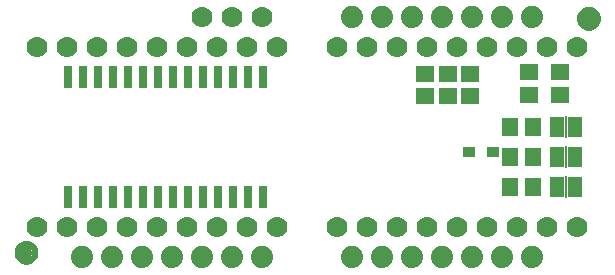
<source format=gbr>
G04 EAGLE Gerber RS-274X export*
G75*
%MOMM*%
%FSLAX34Y34*%
%LPD*%
%INSoldermask Bottom*%
%IPPOS*%
%AMOC8*
5,1,8,0,0,1.08239X$1,22.5*%
G01*
%ADD10R,1.601600X1.341600*%
%ADD11R,1.270000X1.701800*%
%ADD12R,0.152400X1.828800*%
%ADD13R,1.101600X0.901600*%
%ADD14C,1.101600*%
%ADD15C,0.500000*%
%ADD16R,1.341600X1.601600*%
%ADD17R,0.736600X1.879600*%
%ADD18C,1.778000*%
%ADD19C,1.879600*%


D10*
X187960Y36220D03*
X187960Y55220D03*
X214630Y36220D03*
X214630Y55220D03*
D11*
X212090Y-16510D03*
X227330Y-16510D03*
D12*
X219710Y-16510D03*
D11*
X212090Y-41910D03*
X227330Y-41910D03*
D12*
X219710Y-41910D03*
D13*
X137320Y-12700D03*
X157320Y-12700D03*
D14*
X-237490Y-97790D03*
D15*
X-229990Y-97790D02*
X-229992Y-97609D01*
X-229999Y-97428D01*
X-230010Y-97247D01*
X-230025Y-97066D01*
X-230045Y-96886D01*
X-230069Y-96706D01*
X-230097Y-96527D01*
X-230130Y-96349D01*
X-230167Y-96172D01*
X-230208Y-95995D01*
X-230253Y-95820D01*
X-230303Y-95645D01*
X-230357Y-95472D01*
X-230415Y-95301D01*
X-230477Y-95130D01*
X-230544Y-94962D01*
X-230614Y-94795D01*
X-230688Y-94629D01*
X-230767Y-94466D01*
X-230849Y-94305D01*
X-230935Y-94145D01*
X-231025Y-93988D01*
X-231119Y-93833D01*
X-231216Y-93680D01*
X-231318Y-93530D01*
X-231422Y-93382D01*
X-231531Y-93236D01*
X-231642Y-93094D01*
X-231758Y-92954D01*
X-231876Y-92817D01*
X-231998Y-92682D01*
X-232123Y-92551D01*
X-232251Y-92423D01*
X-232382Y-92298D01*
X-232517Y-92176D01*
X-232654Y-92058D01*
X-232794Y-91942D01*
X-232936Y-91831D01*
X-233082Y-91722D01*
X-233230Y-91618D01*
X-233380Y-91516D01*
X-233533Y-91419D01*
X-233688Y-91325D01*
X-233845Y-91235D01*
X-234005Y-91149D01*
X-234166Y-91067D01*
X-234329Y-90988D01*
X-234495Y-90914D01*
X-234662Y-90844D01*
X-234830Y-90777D01*
X-235001Y-90715D01*
X-235172Y-90657D01*
X-235345Y-90603D01*
X-235520Y-90553D01*
X-235695Y-90508D01*
X-235872Y-90467D01*
X-236049Y-90430D01*
X-236227Y-90397D01*
X-236406Y-90369D01*
X-236586Y-90345D01*
X-236766Y-90325D01*
X-236947Y-90310D01*
X-237128Y-90299D01*
X-237309Y-90292D01*
X-237490Y-90290D01*
X-237671Y-90292D01*
X-237852Y-90299D01*
X-238033Y-90310D01*
X-238214Y-90325D01*
X-238394Y-90345D01*
X-238574Y-90369D01*
X-238753Y-90397D01*
X-238931Y-90430D01*
X-239108Y-90467D01*
X-239285Y-90508D01*
X-239460Y-90553D01*
X-239635Y-90603D01*
X-239808Y-90657D01*
X-239979Y-90715D01*
X-240150Y-90777D01*
X-240318Y-90844D01*
X-240485Y-90914D01*
X-240651Y-90988D01*
X-240814Y-91067D01*
X-240975Y-91149D01*
X-241135Y-91235D01*
X-241292Y-91325D01*
X-241447Y-91419D01*
X-241600Y-91516D01*
X-241750Y-91618D01*
X-241898Y-91722D01*
X-242044Y-91831D01*
X-242186Y-91942D01*
X-242326Y-92058D01*
X-242463Y-92176D01*
X-242598Y-92298D01*
X-242729Y-92423D01*
X-242857Y-92551D01*
X-242982Y-92682D01*
X-243104Y-92817D01*
X-243222Y-92954D01*
X-243338Y-93094D01*
X-243449Y-93236D01*
X-243558Y-93382D01*
X-243662Y-93530D01*
X-243764Y-93680D01*
X-243861Y-93833D01*
X-243955Y-93988D01*
X-244045Y-94145D01*
X-244131Y-94305D01*
X-244213Y-94466D01*
X-244292Y-94629D01*
X-244366Y-94795D01*
X-244436Y-94962D01*
X-244503Y-95130D01*
X-244565Y-95301D01*
X-244623Y-95472D01*
X-244677Y-95645D01*
X-244727Y-95820D01*
X-244772Y-95995D01*
X-244813Y-96172D01*
X-244850Y-96349D01*
X-244883Y-96527D01*
X-244911Y-96706D01*
X-244935Y-96886D01*
X-244955Y-97066D01*
X-244970Y-97247D01*
X-244981Y-97428D01*
X-244988Y-97609D01*
X-244990Y-97790D01*
X-244988Y-97971D01*
X-244981Y-98152D01*
X-244970Y-98333D01*
X-244955Y-98514D01*
X-244935Y-98694D01*
X-244911Y-98874D01*
X-244883Y-99053D01*
X-244850Y-99231D01*
X-244813Y-99408D01*
X-244772Y-99585D01*
X-244727Y-99760D01*
X-244677Y-99935D01*
X-244623Y-100108D01*
X-244565Y-100279D01*
X-244503Y-100450D01*
X-244436Y-100618D01*
X-244366Y-100785D01*
X-244292Y-100951D01*
X-244213Y-101114D01*
X-244131Y-101275D01*
X-244045Y-101435D01*
X-243955Y-101592D01*
X-243861Y-101747D01*
X-243764Y-101900D01*
X-243662Y-102050D01*
X-243558Y-102198D01*
X-243449Y-102344D01*
X-243338Y-102486D01*
X-243222Y-102626D01*
X-243104Y-102763D01*
X-242982Y-102898D01*
X-242857Y-103029D01*
X-242729Y-103157D01*
X-242598Y-103282D01*
X-242463Y-103404D01*
X-242326Y-103522D01*
X-242186Y-103638D01*
X-242044Y-103749D01*
X-241898Y-103858D01*
X-241750Y-103962D01*
X-241600Y-104064D01*
X-241447Y-104161D01*
X-241292Y-104255D01*
X-241135Y-104345D01*
X-240975Y-104431D01*
X-240814Y-104513D01*
X-240651Y-104592D01*
X-240485Y-104666D01*
X-240318Y-104736D01*
X-240150Y-104803D01*
X-239979Y-104865D01*
X-239808Y-104923D01*
X-239635Y-104977D01*
X-239460Y-105027D01*
X-239285Y-105072D01*
X-239108Y-105113D01*
X-238931Y-105150D01*
X-238753Y-105183D01*
X-238574Y-105211D01*
X-238394Y-105235D01*
X-238214Y-105255D01*
X-238033Y-105270D01*
X-237852Y-105281D01*
X-237671Y-105288D01*
X-237490Y-105290D01*
X-237309Y-105288D01*
X-237128Y-105281D01*
X-236947Y-105270D01*
X-236766Y-105255D01*
X-236586Y-105235D01*
X-236406Y-105211D01*
X-236227Y-105183D01*
X-236049Y-105150D01*
X-235872Y-105113D01*
X-235695Y-105072D01*
X-235520Y-105027D01*
X-235345Y-104977D01*
X-235172Y-104923D01*
X-235001Y-104865D01*
X-234830Y-104803D01*
X-234662Y-104736D01*
X-234495Y-104666D01*
X-234329Y-104592D01*
X-234166Y-104513D01*
X-234005Y-104431D01*
X-233845Y-104345D01*
X-233688Y-104255D01*
X-233533Y-104161D01*
X-233380Y-104064D01*
X-233230Y-103962D01*
X-233082Y-103858D01*
X-232936Y-103749D01*
X-232794Y-103638D01*
X-232654Y-103522D01*
X-232517Y-103404D01*
X-232382Y-103282D01*
X-232251Y-103157D01*
X-232123Y-103029D01*
X-231998Y-102898D01*
X-231876Y-102763D01*
X-231758Y-102626D01*
X-231642Y-102486D01*
X-231531Y-102344D01*
X-231422Y-102198D01*
X-231318Y-102050D01*
X-231216Y-101900D01*
X-231119Y-101747D01*
X-231025Y-101592D01*
X-230935Y-101435D01*
X-230849Y-101275D01*
X-230767Y-101114D01*
X-230688Y-100951D01*
X-230614Y-100785D01*
X-230544Y-100618D01*
X-230477Y-100450D01*
X-230415Y-100279D01*
X-230357Y-100108D01*
X-230303Y-99935D01*
X-230253Y-99760D01*
X-230208Y-99585D01*
X-230167Y-99408D01*
X-230130Y-99231D01*
X-230097Y-99053D01*
X-230069Y-98874D01*
X-230045Y-98694D01*
X-230025Y-98514D01*
X-230010Y-98333D01*
X-229999Y-98152D01*
X-229992Y-97971D01*
X-229990Y-97790D01*
D14*
X238760Y100330D03*
D15*
X246260Y100330D02*
X246258Y100511D01*
X246251Y100692D01*
X246240Y100873D01*
X246225Y101054D01*
X246205Y101234D01*
X246181Y101414D01*
X246153Y101593D01*
X246120Y101771D01*
X246083Y101948D01*
X246042Y102125D01*
X245997Y102300D01*
X245947Y102475D01*
X245893Y102648D01*
X245835Y102819D01*
X245773Y102990D01*
X245706Y103158D01*
X245636Y103325D01*
X245562Y103491D01*
X245483Y103654D01*
X245401Y103815D01*
X245315Y103975D01*
X245225Y104132D01*
X245131Y104287D01*
X245034Y104440D01*
X244932Y104590D01*
X244828Y104738D01*
X244719Y104884D01*
X244608Y105026D01*
X244492Y105166D01*
X244374Y105303D01*
X244252Y105438D01*
X244127Y105569D01*
X243999Y105697D01*
X243868Y105822D01*
X243733Y105944D01*
X243596Y106062D01*
X243456Y106178D01*
X243314Y106289D01*
X243168Y106398D01*
X243020Y106502D01*
X242870Y106604D01*
X242717Y106701D01*
X242562Y106795D01*
X242405Y106885D01*
X242245Y106971D01*
X242084Y107053D01*
X241921Y107132D01*
X241755Y107206D01*
X241588Y107276D01*
X241420Y107343D01*
X241249Y107405D01*
X241078Y107463D01*
X240905Y107517D01*
X240730Y107567D01*
X240555Y107612D01*
X240378Y107653D01*
X240201Y107690D01*
X240023Y107723D01*
X239844Y107751D01*
X239664Y107775D01*
X239484Y107795D01*
X239303Y107810D01*
X239122Y107821D01*
X238941Y107828D01*
X238760Y107830D01*
X238579Y107828D01*
X238398Y107821D01*
X238217Y107810D01*
X238036Y107795D01*
X237856Y107775D01*
X237676Y107751D01*
X237497Y107723D01*
X237319Y107690D01*
X237142Y107653D01*
X236965Y107612D01*
X236790Y107567D01*
X236615Y107517D01*
X236442Y107463D01*
X236271Y107405D01*
X236100Y107343D01*
X235932Y107276D01*
X235765Y107206D01*
X235599Y107132D01*
X235436Y107053D01*
X235275Y106971D01*
X235115Y106885D01*
X234958Y106795D01*
X234803Y106701D01*
X234650Y106604D01*
X234500Y106502D01*
X234352Y106398D01*
X234206Y106289D01*
X234064Y106178D01*
X233924Y106062D01*
X233787Y105944D01*
X233652Y105822D01*
X233521Y105697D01*
X233393Y105569D01*
X233268Y105438D01*
X233146Y105303D01*
X233028Y105166D01*
X232912Y105026D01*
X232801Y104884D01*
X232692Y104738D01*
X232588Y104590D01*
X232486Y104440D01*
X232389Y104287D01*
X232295Y104132D01*
X232205Y103975D01*
X232119Y103815D01*
X232037Y103654D01*
X231958Y103491D01*
X231884Y103325D01*
X231814Y103158D01*
X231747Y102990D01*
X231685Y102819D01*
X231627Y102648D01*
X231573Y102475D01*
X231523Y102300D01*
X231478Y102125D01*
X231437Y101948D01*
X231400Y101771D01*
X231367Y101593D01*
X231339Y101414D01*
X231315Y101234D01*
X231295Y101054D01*
X231280Y100873D01*
X231269Y100692D01*
X231262Y100511D01*
X231260Y100330D01*
X231262Y100149D01*
X231269Y99968D01*
X231280Y99787D01*
X231295Y99606D01*
X231315Y99426D01*
X231339Y99246D01*
X231367Y99067D01*
X231400Y98889D01*
X231437Y98712D01*
X231478Y98535D01*
X231523Y98360D01*
X231573Y98185D01*
X231627Y98012D01*
X231685Y97841D01*
X231747Y97670D01*
X231814Y97502D01*
X231884Y97335D01*
X231958Y97169D01*
X232037Y97006D01*
X232119Y96845D01*
X232205Y96685D01*
X232295Y96528D01*
X232389Y96373D01*
X232486Y96220D01*
X232588Y96070D01*
X232692Y95922D01*
X232801Y95776D01*
X232912Y95634D01*
X233028Y95494D01*
X233146Y95357D01*
X233268Y95222D01*
X233393Y95091D01*
X233521Y94963D01*
X233652Y94838D01*
X233787Y94716D01*
X233924Y94598D01*
X234064Y94482D01*
X234206Y94371D01*
X234352Y94262D01*
X234500Y94158D01*
X234650Y94056D01*
X234803Y93959D01*
X234958Y93865D01*
X235115Y93775D01*
X235275Y93689D01*
X235436Y93607D01*
X235599Y93528D01*
X235765Y93454D01*
X235932Y93384D01*
X236100Y93317D01*
X236271Y93255D01*
X236442Y93197D01*
X236615Y93143D01*
X236790Y93093D01*
X236965Y93048D01*
X237142Y93007D01*
X237319Y92970D01*
X237497Y92937D01*
X237676Y92909D01*
X237856Y92885D01*
X238036Y92865D01*
X238217Y92850D01*
X238398Y92839D01*
X238579Y92832D01*
X238760Y92830D01*
X238941Y92832D01*
X239122Y92839D01*
X239303Y92850D01*
X239484Y92865D01*
X239664Y92885D01*
X239844Y92909D01*
X240023Y92937D01*
X240201Y92970D01*
X240378Y93007D01*
X240555Y93048D01*
X240730Y93093D01*
X240905Y93143D01*
X241078Y93197D01*
X241249Y93255D01*
X241420Y93317D01*
X241588Y93384D01*
X241755Y93454D01*
X241921Y93528D01*
X242084Y93607D01*
X242245Y93689D01*
X242405Y93775D01*
X242562Y93865D01*
X242717Y93959D01*
X242870Y94056D01*
X243020Y94158D01*
X243168Y94262D01*
X243314Y94371D01*
X243456Y94482D01*
X243596Y94598D01*
X243733Y94716D01*
X243868Y94838D01*
X243999Y94963D01*
X244127Y95091D01*
X244252Y95222D01*
X244374Y95357D01*
X244492Y95494D01*
X244608Y95634D01*
X244719Y95776D01*
X244828Y95922D01*
X244932Y96070D01*
X245034Y96220D01*
X245131Y96373D01*
X245225Y96528D01*
X245315Y96685D01*
X245401Y96845D01*
X245483Y97006D01*
X245562Y97169D01*
X245636Y97335D01*
X245706Y97502D01*
X245773Y97670D01*
X245835Y97841D01*
X245893Y98012D01*
X245947Y98185D01*
X245997Y98360D01*
X246042Y98535D01*
X246083Y98712D01*
X246120Y98889D01*
X246153Y99067D01*
X246181Y99246D01*
X246205Y99426D01*
X246225Y99606D01*
X246240Y99787D01*
X246251Y99968D01*
X246258Y100149D01*
X246260Y100330D01*
D10*
X138430Y53950D03*
X138430Y34950D03*
D16*
X172110Y-16510D03*
X191110Y-16510D03*
X172110Y-41910D03*
X191110Y-41910D03*
D17*
X-36830Y-50800D03*
X-49530Y-50800D03*
X-62230Y-50800D03*
X-74930Y-50800D03*
X-87630Y-50800D03*
X-100330Y-50800D03*
X-113030Y-50800D03*
X-125730Y-50800D03*
X-138430Y-50800D03*
X-151130Y-50800D03*
X-163830Y-50800D03*
X-176530Y-50800D03*
X-189230Y-50800D03*
X-201930Y-50800D03*
X-201930Y50800D03*
X-189230Y50800D03*
X-176530Y50800D03*
X-163830Y50800D03*
X-151130Y50800D03*
X-138430Y50800D03*
X-125730Y50800D03*
X-113030Y50800D03*
X-100330Y50800D03*
X-87630Y50800D03*
X-74930Y50800D03*
X-62230Y50800D03*
X-49530Y50800D03*
X-36830Y50800D03*
D11*
X212090Y8890D03*
X227330Y8890D03*
D12*
X219710Y8890D03*
D16*
X172110Y8890D03*
X191110Y8890D03*
D18*
X-228600Y-76200D03*
X-203200Y-76200D03*
X-177800Y-76200D03*
X-152400Y-76200D03*
X-127000Y-76200D03*
X-101600Y-76200D03*
X-76200Y-76200D03*
X-50800Y-76200D03*
X-25400Y-76200D03*
X-25400Y76200D03*
X-50800Y76200D03*
X-76200Y76200D03*
X-101600Y76200D03*
X-127000Y76200D03*
X-152400Y76200D03*
X-177800Y76200D03*
X-203200Y76200D03*
X-228600Y76200D03*
X25400Y-76200D03*
X50800Y-76200D03*
X76200Y-76200D03*
X101600Y-76200D03*
X127000Y-76200D03*
X152400Y-76200D03*
X177800Y-76200D03*
X203200Y-76200D03*
X228600Y-76200D03*
X228600Y76200D03*
X203200Y76200D03*
X177800Y76200D03*
X152400Y76200D03*
X127000Y76200D03*
X101600Y76200D03*
X76200Y76200D03*
X50800Y76200D03*
X25400Y76200D03*
D10*
X119380Y53950D03*
X119380Y34950D03*
X100330Y53950D03*
X100330Y34950D03*
D18*
X-88900Y101600D03*
X-63500Y101600D03*
X-38100Y101600D03*
D19*
X38100Y101600D03*
X63500Y101600D03*
X88900Y101600D03*
X114300Y101600D03*
X139700Y101600D03*
X165100Y101600D03*
X190500Y101600D03*
X-38100Y-101600D03*
X-63500Y-101600D03*
X-88900Y-101600D03*
X-114300Y-101600D03*
X-139700Y-101600D03*
X-165100Y-101600D03*
X-190500Y-101600D03*
X190500Y-101600D03*
X165100Y-101600D03*
X139700Y-101600D03*
X114300Y-101600D03*
X88900Y-101600D03*
X63500Y-101600D03*
X38100Y-101600D03*
M02*

</source>
